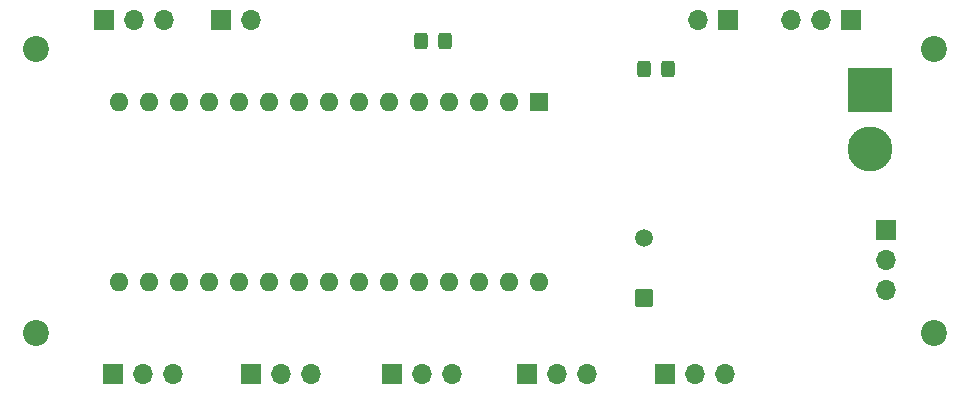
<source format=gbr>
%TF.GenerationSoftware,KiCad,Pcbnew,8.0.4*%
%TF.CreationDate,2024-08-28T14:32:30-04:00*%
%TF.ProjectId,luytenPCB,6c757974-656e-4504-9342-2e6b69636164,rev?*%
%TF.SameCoordinates,Original*%
%TF.FileFunction,Soldermask,Bot*%
%TF.FilePolarity,Negative*%
%FSLAX46Y46*%
G04 Gerber Fmt 4.6, Leading zero omitted, Abs format (unit mm)*
G04 Created by KiCad (PCBNEW 8.0.4) date 2024-08-28 14:32:30*
%MOMM*%
%LPD*%
G01*
G04 APERTURE LIST*
G04 Aperture macros list*
%AMRoundRect*
0 Rectangle with rounded corners*
0 $1 Rounding radius*
0 $2 $3 $4 $5 $6 $7 $8 $9 X,Y pos of 4 corners*
0 Add a 4 corners polygon primitive as box body*
4,1,4,$2,$3,$4,$5,$6,$7,$8,$9,$2,$3,0*
0 Add four circle primitives for the rounded corners*
1,1,$1+$1,$2,$3*
1,1,$1+$1,$4,$5*
1,1,$1+$1,$6,$7*
1,1,$1+$1,$8,$9*
0 Add four rect primitives between the rounded corners*
20,1,$1+$1,$2,$3,$4,$5,0*
20,1,$1+$1,$4,$5,$6,$7,0*
20,1,$1+$1,$6,$7,$8,$9,0*
20,1,$1+$1,$8,$9,$2,$3,0*%
G04 Aperture macros list end*
%ADD10RoundRect,0.102000X0.654000X0.654000X-0.654000X0.654000X-0.654000X-0.654000X0.654000X-0.654000X0*%
%ADD11C,1.512000*%
%ADD12RoundRect,0.250000X0.325000X0.450000X-0.325000X0.450000X-0.325000X-0.450000X0.325000X-0.450000X0*%
%ADD13RoundRect,0.250000X-0.325000X-0.450000X0.325000X-0.450000X0.325000X0.450000X-0.325000X0.450000X0*%
%ADD14R,1.600000X1.600000*%
%ADD15O,1.600000X1.600000*%
%ADD16C,2.200000*%
%ADD17O,1.700000X1.700000*%
%ADD18R,1.700000X1.700000*%
%ADD19R,3.800000X3.800000*%
%ADD20C,3.800000*%
G04 APERTURE END LIST*
D10*
%TO.C,SW1*%
X95802700Y-54051200D03*
D11*
X95802700Y-48971200D03*
%TD*%
D12*
%TO.C,R4*%
X78901400Y-32258000D03*
X76851400Y-32258000D03*
%TD*%
D13*
%TO.C,R3*%
X95749000Y-34696400D03*
X97799000Y-34696400D03*
%TD*%
D14*
%TO.C,A1*%
X86918800Y-37439600D03*
D15*
X84378800Y-37439600D03*
X81838800Y-37439600D03*
X79298800Y-37439600D03*
X76758800Y-37439600D03*
X74218800Y-37439600D03*
X71678800Y-37439600D03*
X69138800Y-37439600D03*
X66598800Y-37439600D03*
X64058800Y-37439600D03*
X61518800Y-37439600D03*
X58978800Y-37439600D03*
X56438800Y-37439600D03*
X53898800Y-37439600D03*
X51358800Y-37439600D03*
X51358800Y-52679600D03*
X53898800Y-52679600D03*
X56438800Y-52679600D03*
X58978800Y-52679600D03*
X61518800Y-52679600D03*
X64058800Y-52679600D03*
X66598800Y-52679600D03*
X69138800Y-52679600D03*
X71678800Y-52679600D03*
X74218800Y-52679600D03*
X76758800Y-52679600D03*
X79298800Y-52679600D03*
X81838800Y-52679600D03*
X84378800Y-52679600D03*
X86918800Y-52679600D03*
%TD*%
D16*
%TO.C,H1*%
X44300000Y-33000000D03*
%TD*%
%TO.C,H2*%
X120300000Y-33000000D03*
%TD*%
%TO.C,H3*%
X44300000Y-57000000D03*
%TD*%
D17*
%TO.C,J7*%
X90932000Y-60452000D03*
X88392000Y-60452000D03*
D18*
X85852000Y-60452000D03*
%TD*%
%TO.C,J10*%
X116225548Y-48260000D03*
D17*
X116225548Y-50800000D03*
X116225548Y-53340000D03*
%TD*%
D18*
%TO.C,J8*%
X50800000Y-60452000D03*
D17*
X53340000Y-60452000D03*
X55880000Y-60452000D03*
%TD*%
D18*
%TO.C,J6*%
X97551000Y-60452000D03*
D17*
X100091000Y-60452000D03*
X102631000Y-60452000D03*
%TD*%
D16*
%TO.C,H4*%
X120300000Y-57000000D03*
%TD*%
D18*
%TO.C,J4*%
X50053000Y-30480000D03*
D17*
X52593000Y-30480000D03*
X55133000Y-30480000D03*
%TD*%
D18*
%TO.C,J5*%
X113269000Y-30480000D03*
D17*
X110729000Y-30480000D03*
X108189000Y-30480000D03*
%TD*%
D18*
%TO.C,J2*%
X102870000Y-30480000D03*
D17*
X100330000Y-30480000D03*
%TD*%
D19*
%TO.C,J1*%
X114879891Y-36399162D03*
D20*
X114879891Y-41399162D03*
%TD*%
D18*
%TO.C,J9*%
X62484000Y-60452000D03*
D17*
X65024000Y-60452000D03*
X67564000Y-60452000D03*
%TD*%
D18*
%TO.C,J3*%
X59944000Y-30480000D03*
D17*
X62484000Y-30480000D03*
%TD*%
%TO.C,J11*%
X79502000Y-60452000D03*
X76962000Y-60452000D03*
D18*
X74422000Y-60452000D03*
%TD*%
M02*

</source>
